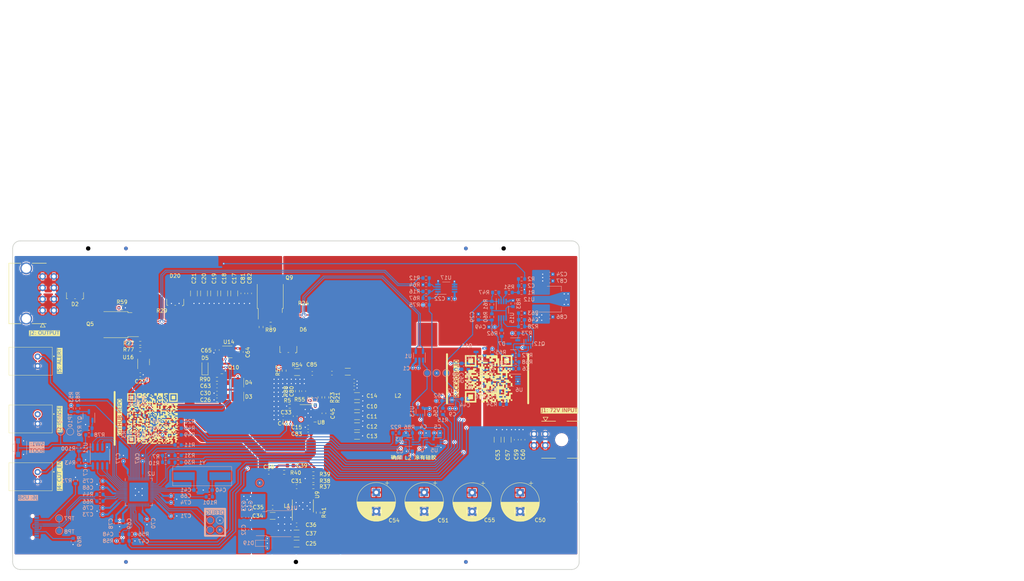
<source format=kicad_pcb>
(kicad_pcb (version 20221018) (generator pcbnew)

  (general
    (thickness 1.64)
  )

  (paper "A3")
  (title_block
    (title "PC-02 EDM PULSE GENERATOR")
    (company "DRAGONFLY POWER SYSTEMS")
  )

  (layers
    (0 "F.Cu" signal)
    (1 "In1.Cu" power)
    (2 "In2.Cu" signal)
    (3 "In3.Cu" signal)
    (4 "In4.Cu" power)
    (31 "B.Cu" signal)
    (32 "B.Adhes" user "B.Adhesive")
    (33 "F.Adhes" user "F.Adhesive")
    (34 "B.Paste" user)
    (35 "F.Paste" user)
    (36 "B.SilkS" user "B.Silkscreen")
    (37 "F.SilkS" user "F.Silkscreen")
    (38 "B.Mask" user)
    (39 "F.Mask" user)
    (40 "Dwgs.User" user "User.Drawings")
    (41 "Cmts.User" user "User.Comments")
    (42 "Eco1.User" user "User.Eco1")
    (43 "Eco2.User" user "User.Eco2")
    (44 "Edge.Cuts" user)
    (45 "Margin" user)
    (46 "B.CrtYd" user "B.Courtyard")
    (47 "F.CrtYd" user "F.Courtyard")
    (48 "B.Fab" user)
    (49 "F.Fab" user)
    (50 "User.1" user)
    (51 "User.2" user)
    (52 "User.3" user)
    (53 "User.4" user)
    (54 "User.5" user)
    (55 "User.6" user)
    (56 "User.7" user)
    (57 "User.8" user)
    (58 "User.9" user)
  )

  (setup
    (stackup
      (layer "F.SilkS" (type "Top Silk Screen") (color "White"))
      (layer "F.Paste" (type "Top Solder Paste"))
      (layer "F.Mask" (type "Top Solder Mask") (color "#000000CC") (thickness 0.01))
      (layer "F.Cu" (type "copper") (thickness 0.07))
      (layer "dielectric 1" (type "prepreg") (thickness 0.18) (material "FR4") (epsilon_r 4.29) (loss_tangent 0.02))
      (layer "In1.Cu" (type "copper") (thickness 0.035))
      (layer "dielectric 2" (type "core") (thickness 0.4) (material "FR4") (epsilon_r 4.29) (loss_tangent 0.02))
      (layer "In2.Cu" (type "copper") (thickness 0.035))
      (layer "dielectric 3" (type "prepreg") (thickness 0.18) (material "FR4") (epsilon_r 4.29) (loss_tangent 0.02))
      (layer "In3.Cu" (type "copper") (thickness 0.035))
      (layer "dielectric 4" (type "core") (thickness 0.4) (material "FR4") (epsilon_r 4.29) (loss_tangent 0.02))
      (layer "In4.Cu" (type "copper") (thickness 0.035))
      (layer "dielectric 5" (type "prepreg") (thickness 0.18) (material "FR4") (epsilon_r 4.29) (loss_tangent 0.02))
      (layer "B.Cu" (type "copper") (thickness 0.07))
      (layer "B.Mask" (type "Bottom Solder Mask") (color "#000000CC") (thickness 0.01))
      (layer "B.Paste" (type "Bottom Solder Paste"))
      (layer "B.SilkS" (type "Bottom Silk Screen") (color "White"))
      (copper_finish "ENIG")
      (dielectric_constraints no)
    )
    (pad_to_mask_clearance 0.0508)
    (solder_mask_min_width 0.0762)
    (aux_axis_origin 126.999998 193.999998)
    (pcbplotparams
      (layerselection 0x00010fc_ffffffff)
      (plot_on_all_layers_selection 0x0000000_00000000)
      (disableapertmacros false)
      (usegerberextensions true)
      (usegerberattributes false)
      (usegerberadvancedattributes false)
      (creategerberjobfile false)
      (dashed_line_dash_ratio 12.000000)
      (dashed_line_gap_ratio 3.000000)
      (svgprecision 4)
      (plotframeref false)
      (viasonmask false)
      (mode 1)
      (useauxorigin true)
      (hpglpennumber 1)
      (hpglpenspeed 20)
      (hpglpendiameter 15.000000)
      (dxfpolygonmode true)
      (dxfimperialunits true)
      (dxfusepcbnewfont true)
      (psnegative false)
      (psa4output false)
      (plotreference true)
      (plotvalue false)
      (plotinvisibletext false)
      (sketchpadsonfab false)
      (subtractmaskfromsilk true)
      (outputformat 1)
      (mirror false)
      (drillshape 0)
      (scaleselection 1)
      (outputdirectory "Gerbers/")
    )
  )

  (net 0 "")
  (net 1 "+3V3")
  (net 2 "GND")
  (net 3 "/CONTROLS/V_SENSE_FILTERED")
  (net 4 "/CONTROLS/V_SLOPE")
  (net 5 "VBUS")
  (net 6 "+12V")
  (net 7 "/CHARGER_POWER_STAGE/CHARGER_TEMP")
  (net 8 "/CONTROLS/CURRENT_TRIP")
  (net 9 "Net-(R49-Pad2)")
  (net 10 "/CONTROLS/OUTPUT_ISENSE_MICRO")
  (net 11 "Net-(Q10A-G)")
  (net 12 "Net-(U4-Pad2)")
  (net 13 "Net-(U8-IN)")
  (net 14 "+1V1")
  (net 15 "/MICRO/OUTPUT_STAGE_TEMP")
  (net 16 "/CHARGER_POWER_STAGE/VCAP")
  (net 17 "Net-(D7-A{slash}K)")
  (net 18 "/CONTROLS/CC_I_LIMIT")
  (net 19 "Net-(U9-BST)")
  (net 20 "Net-(U9-SW)")
  (net 21 "Net-(C38-Pad1)")
  (net 22 "Net-(U9-FB)")
  (net 23 "Net-(C40-Pad1)")
  (net 24 "/MICRO/XIN")
  (net 25 "/CONTROLS/V_CAP_SET")
  (net 26 "/CHARGER_POWER_STAGE/VSW")
  (net 27 "/CONTROLS/SLOPE_GENERATION/I_LIMIT_ADJUSTED")
  (net 28 "+5V")
  (net 29 "Net-(U7A--)")
  (net 30 "Net-(D3-K)")
  (net 31 "Net-(D5-A)")
  (net 32 "/CHARGER_POWER_STAGE/VHB_DIODE")
  (net 33 "/CHARGER_POWER_STAGE/VS_DIODE")
  (net 34 "Net-(Q3-G)")
  (net 35 "Net-(C84-Pad1)")
  (net 36 "Net-(C85-Pad2)")
  (net 37 "Net-(U8-HB)")
  (net 38 "/CONNECTORS/ELECTRODE_-")
  (net 39 "Net-(D5-K)")
  (net 40 "/CONNECTORS/OUTPUT_ISENSE")
  (net 41 "/CONNECTORS/CUT_EN")
  (net 42 "/CONNECTORS/SHORT_ALERT")
  (net 43 "Net-(J6-VBUS-PadA4)")
  (net 44 "/CONNECTORS/USB_D_N")
  (net 45 "/CONNECTORS/USB_D_P")
  (net 46 "Net-(J6-CC1)")
  (net 47 "Net-(L2-Pad1)")
  (net 48 "/CONTROLS/OUTPUT_SHUNT_+")
  (net 49 "unconnected-(J6-SBU1-PadA8)")
  (net 50 "/CHARGER_POWER_STAGE/V_SHUNT_+")
  (net 51 "/CHARGER_POWER_STAGE/V_SHUNT_-")
  (net 52 "Net-(Q1-G)")
  (net 53 "Net-(Q2-G)")
  (net 54 "Net-(Q2-S)")
  (net 55 "Net-(Q2-D)")
  (net 56 "Net-(U16-IN)")
  (net 57 "Net-(U16-HO)")
  (net 58 "Net-(Q5-G)")
  (net 59 "Net-(Q7-G)")
  (net 60 "Net-(Q7-D)")
  (net 61 "/CHARGER_POWER_STAGE/VGH")
  (net 62 "Net-(Q9-G)")
  (net 63 "Net-(Q11-G)")
  (net 64 "Net-(U13-+)")
  (net 65 "Net-(U3-D)")
  (net 66 "Net-(U3-~{CLR})")
  (net 67 "/CONTROLS/CC_SLOPE_BLANKING")
  (net 68 "Net-(U6B-+)")
  (net 69 "/CHARGER_POWER_STAGE/CC_CHARGER_EN")
  (net 70 "/CONTROLS/SPARK_THRESHOLD_PWM")
  (net 71 "/MICRO/P_USB_P")
  (net 72 "/CONTROLS/OUTPUT_CURRENT_TRIP")
  (net 73 "Net-(R15-Pad2)")
  (net 74 "/MICRO/P_USB_N")
  (net 75 "Net-(J6-CC2)")
  (net 76 "Net-(U8-EN)")
  (net 77 "Net-(U8-HO)")
  (net 78 "/CHARGER_POWER_STAGE/CC_CHARGER_HI")
  (net 79 "/CHARGER_POWER_STAGE/VG_DIODE")
  (net 80 "/MICRO/OUTPUT_EN")
  (net 81 "/CONTROLS/CC_I_LIMIT_PWM")
  (net 82 "/CONTROLS/V_CAP_SET_PWM")
  (net 83 "Net-(R33-Pad1)")
  (net 84 "Net-(R38-Pad2)")
  (net 85 "Net-(U9-RT)")
  (net 86 "/MICRO/QSPI_SS")
  (net 87 "/CONTROLS/CC_CLK")
  (net 88 "Net-(U3-C)")
  (net 89 "Net-(U15A--)")
  (net 90 "unconnected-(J6-SBU2-PadB8)")
  (net 91 "/CONTROLS/VSENSE_TRIP")
  (net 92 "unconnected-(U6-Pad1)")
  (net 93 "/CONTROLS/CC_PWM_nEN")
  (net 94 "Net-(U15A-+)")
  (net 95 "Net-(U8-RDT)")
  (net 96 "Net-(U8-LO)")
  (net 97 "Net-(U15B-+)")
  (net 98 "Net-(U15B--)")
  (net 99 "/MICRO/CUT_nEN")
  (net 100 "/CHARGER_POWER_STAGE/DIODE_ON")
  (net 101 "Net-(U14-IN)")
  (net 102 "/CHARGER_POWER_STAGE/GATE_BIAS_CLK")
  (net 103 "Net-(R100-Pad2)")
  (net 104 "/MICRO/XOUT")
  (net 105 "/CONNECTORS/SWCLK")
  (net 106 "/CONNECTORS/SWDIO")
  (net 107 "unconnected-(U2-GPIO23-Pad35)")
  (net 108 "unconnected-(U2-GPIO24-Pad36)")
  (net 109 "unconnected-(U2-GPIO16-Pad27)")
  (net 110 "unconnected-(U2-GPIO17-Pad28)")
  (net 111 "unconnected-(U2-GPIO18-Pad29)")
  (net 112 "unconnected-(U2-GPIO19-Pad30)")
  (net 113 "unconnected-(U2-GPIO20-Pad31)")
  (net 114 "unconnected-(U2-GPIO21-Pad32)")
  (net 115 "unconnected-(U2-GPIO22-Pad34)")
  (net 116 "unconnected-(U2-GPIO25-Pad37)")
  (net 117 "Net-(U11-~{RST}(IO3))")
  (net 118 "Net-(U11-CLK)")
  (net 119 "Net-(U11-DI(IO0))")
  (net 120 "Net-(U11-~{WP}(IO2))")
  (net 121 "Net-(U11-DO(IO1))")
  (net 122 "unconnected-(U9-PGOOD-Pad6)")
  (net 123 "Net-(U17A-+)")
  (net 124 "Net-(U17A--)")
  (net 125 "/CONTROLS/VSENSE_BUFFERED")
  (net 126 "Net-(R62-Pad1)")
  (net 127 "Net-(D7-A)")
  (net 128 "Net-(D7-K)")
  (net 129 "unconnected-(U17-Pad7)")
  (net 130 "Net-(J5-Pad1)")
  (net 131 "Net-(Q5-S)")
  (net 132 "/CONTROLS/OUTPUT_SHUNT_-")
  (net 133 "Net-(D19-K)")
  (net 134 "unconnected-(U2-GPIO7-Pad9)")
  (net 135 "unconnected-(U2-GPIO8-Pad11)")

  (footprint "NET_TIES:NET_TIE_SMD_10mil" (layer "F.Cu") (at 202.039 126.619 180))

  (footprint "SMD_INDUCTORS:PQ2617BHA" (layer "F.Cu") (at 229.108 131.826 -90))

  (footprint "CONNECTORS:0430450822" (layer "F.Cu") (at 130.599998 120.914999 -90))

  (footprint "Fiducial:Fiducial_1mm_Mask2mm" (layer "F.Cu") (at 157 109))

  (footprint "SMD_INDUCTORS:VLS6045EX" (layer "F.Cu") (at 196.849998 172.823998 180))

  (footprint "Capacitor_SMD:C_0603_1608Metric" (layer "F.Cu") (at 181.102 145.415 180))

  (footprint "Capacitor_SMD:C_0603_1608Metric" (layer "F.Cu") (at 194.817998 168.251998 180))

  (footprint "CONNECTORS:S2B-XH-A-1" (layer "F.Cu") (at 133.61432 154.149998 90))

  (footprint "Capacitor_SMD:C_0603_1608Metric" (layer "F.Cu") (at 209.423 152.654 90))

  (footprint "Capacitor_SMD:C_0603_1608Metric" (layer "F.Cu") (at 262.128 159.639 90))

  (footprint "Capacitor_SMD:C_0603_1608Metric" (layer "F.Cu") (at 187.5155 136.398 -90))

  (footprint "Resistor_SMD:R_1206_3216Metric" (layer "F.Cu") (at 215.725 141.632 180))

  (footprint "Capacitor_SMD:C_1206_3216Metric" (layer "F.Cu") (at 218.186 148.082))

  (footprint "DFN_QFN:INFINEON_TSDSON-8-25" (layer "F.Cu") (at 211.471 144.878 -90))

  (footprint "Capacitor_SMD:C_0603_1608Metric" (layer "F.Cu") (at 160.795 142.437998))

  (footprint "NET_TIES:NET_TIE_SMD_10mil" (layer "F.Cu") (at 164.447001 128.270001 180))

  (footprint "Resistor_SMD:R_0603_1608Metric" (layer "F.Cu") (at 206.629 172.085 180))

  (footprint "Capacitor_SMD:C_0603_1608Metric" (layer "F.Cu") (at 181.1655 135.89 -90))

  (footprint "Resistor_SMD:R_0603_1608Metric" (layer "F.Cu") (at 208.37 148.434 -90))

  (footprint "Resistor_SMD:R_0603_1608Metric" (layer "F.Cu") (at 195.32 129.041))

  (footprint "Capacitor_SMD:C_1206_3216Metric" (layer "F.Cu") (at 255.397 159.639 90))

  (footprint "Resistor_SMD:R_0603_1608Metric" (layer "F.Cu") (at 205.703 148.434 90))

  (footprint "Package_TO_SOT_SMD:TO-277A" (layer "F.Cu") (at 143.51 119.155 180))

  (footprint "Resistor_SMD:R_0603_1608Metric" (layer "F.Cu") (at 181.102 143.637 180))

  (footprint "Capacitor_SMD:C_1206_3216Metric" (layer "F.Cu") (at 218.186 150.749))

  (footprint "Capacitor_SMD:C_1206_3216Metric" (layer "F.Cu") (at 218.186 153.416))

  (footprint "Package_TO_SOT_SMD:SOT-23-6" (layer "F.Cu") (at 184.3405 136.398))

  (footprint "MOUNTING_PATTERNS:JLC_PCB_Tooling_Hole" (layer "F.Cu") (at 202 192))

  (footprint "Capacitor_SMD:C_0603_1608Metric" (layer "F.Cu") (at 181.102 147.32 180))

  (footprint "Capacitor_SMD:C_1206_3216Metric" (layer "F.Cu") (at 185.674 120.904 -90))

  (footprint "Capacitor_SMD:C_0603_1608Metric" (layer "F.Cu") (at 205.232 158.115 180))

  (footprint "LOGO" (layer "F.Cu") (at 253 143.5))

  (footprint "Capacitor_SMD:C_1206_3216Metric" (layer "F.Cu") (at 258.064 159.639 90))

  (footprint (layer "F.Cu") (at 147 109))

  (footprint "Resistor_SMD:R_0603_1608Metric" (layer "F.Cu") (at 206.628998 168.656 180))

  (footprint "Package_TO_SOT_SMD:TO-277A" (layer "F.Cu") (at 200.001 133.379 180))

  (footprint "NET_TIES:NET_TIE_SMD_10mil" (layer "F.Cu") (at 206.139 126.619 180))

  (footprint "TSOP_PACKAGES:TSOP_6_2.5MM WIDTH" (layer "F.Cu") (at 181.102 140.462 180))

  (footprint "CONNECTORS:S2B-XH-A-1" (layer "F.Cu") (at 133.61432 138.857938 90))

  (footprint "Capacitor_SMD:C_0603_1608Metric" (layer "F.Cu") (at 189.738 120.904 -90))

  (footprint "Capacitor_SMD:C_0603_1608Metric" (layer "F.Cu") (at 211.534 142.013 180))

  (footprint "Fiducial:Fiducial_1mm_Mask2mm" (layer "F.Cu") (at 157 192))

  (footprint "Capacitor_SMD:C_0603_1608Metric" (layer "F.Cu") (at 205.232 156.337 180))

  (footprint "DIODES:DO-220AA (SMP)" (layer "F.Cu") (at 185.674 148.209 180))

  (footprint "LOGO" (layer "F.Cu")
    (tstamp 61f292d7-d9ac-4912-8508-225c410ec707)
    (at 164 154)
    (attr board_only exclude_from_pos_files exclude_from_bom)
    (fp_text reference "G***" (at 0 0) (layer "F.SilkS") hide
        (effects (font (size 1.5 1.5) (thickness 0.3)))
      (tstamp 41fcd6d1-7d3d-4bfc-811f-de331ba71f4f)
    )
    (fp_text value "LOGO" (at 0.75 0) (layer "F.SilkS") hide
        (effects (font (size 1.5 1.5) (thickness 0.3)))
      (tstamp a6336aad-5095-400a-b81f-4b6530ef16b4)
    )
    (fp_poly
      (pts
        (xy -5.043715 -5.533572)
        (xy -5.043715 -5.043715)
        (xy -5.533572 -5.043715)
        (xy -6.023429 -5.043715)
        (xy -6.023429 -5.533572)
        (xy -6.023429 -6.023429)
        (xy -5.533572 -6.023429)
        (xy -5.043715 -6.023429)
      )

      (stroke (width 0) (type solid)) (fill solid) (layer "F.SilkS") (tstamp a356ebb5-e41c-4419-9a5c-1b27becfc8c2))
    (fp_poly
      (pts
        (xy -5.043715 5.569857)
        (xy -5.043715 6.059714)
        (xy -5.533572 6.059714)
        (xy -6.023429 6.059714)
        (xy -6.023429 5.569857)
        (xy -6.023429 5.08)
        (xy -5.533572 5.08)
        (xy -5.043715 5.08)
      )

      (stroke (width 0) (type solid)) (fill solid) (layer "F.SilkS") (tstamp 36e0bf07-ca10-467a-ba4e-60379e297a81))
    (fp_poly
      (pts
        (xy -4.390572 0.018142)
        (xy -4.390572 0.181428)
        (xy -4.553858 0.181428)
        (xy -4.717143 0.181428)
        (xy -4.717143 0.018142)
        (xy -4.717143 -0.145143)
        (xy -4.553858 -0.145143)
        (xy -4.390572 -0.145143)
      )

      (stroke (width 0) (type solid)) (fill solid) (layer "F.SilkS") (tstamp 736f35d2-425b-439c-9cdd-3836554b76be))
    (fp_poly
      (pts
        (xy -4.390572 1.977571)
        (xy -4.390572 2.140857)
        (xy -4.553858 2.140857)
        (xy -4.717143 2.140857)
        (xy -4.717143 1.977571)
        (xy -4.717143 1.814285)
        (xy -4.553858 1.814285)
        (xy -4.390572 1.814285)
      )

      (stroke (width 0) (type solid)) (fill solid) (layer "F.SilkS") (tstamp fac83aa6-0dea-403a-a95f-ad587978fa84))
    (fp_poly
      (pts
        (xy -4.390572 2.630714)
        (xy -4.390572 2.794)
        (xy -4.717143 2.794)
        (xy -5.043715 2.794)
        (xy -5.043715 2.630714)
        (xy -5.043715 2.467428)
        (xy -4.717143 2.467428)
        (xy -4.390572 2.467428)
      )

      (stroke (width 0) (type solid)) (fill solid) (layer "F.SilkS") (tstamp b0308d58-06f3-4016-890b-620e8761dfd5))
    (fp_poly
      (pts
        (xy -4.064 -1.288143)
        (xy -4.064 -1.124858)
        (xy -4.390572 -1.124858)
        (xy -4.717143 -1.124858)
        (xy -4.717143 -1.288143)
        (xy -4.717143 -1.451429)
        (xy -4.390572 -1.451429)
        (xy -4.064 -1.451429)
      )

      (stroke (width 0) (type solid)) (fill solid) (layer "F.SilkS") (tstamp cb0c1394-e562-42f1-b0ce-7dd173bac159))
    (fp_poly
      (pts
        (xy -4.064 -0.635)
        (xy -4.064 -0.471715)
        (xy -4.390572 -0.471715)
        (xy -4.717143 -0.471715)
        (xy -4.717143 -0.635)
        (xy -4.717143 -0.798286)
        (xy -4.390572 -0.798286)
        (xy -4.064 -0.798286)
      )

      (stroke (width 0) (type solid)) (fill solid) (layer "F.SilkS") (tstamp 691bbd5b-101b-4745-9949-3e36d351c87a))
    (fp_poly
      (pts
        (xy -4.064 2.957285)
        (xy -4.064 3.120571)
        (xy -4.227286 3.120571)
        (xy -4.390572 3.120571)
        (xy -4.390572 2.957285)
        (xy -4.390572 2.794)
        (xy -4.227286 2.794)
        (xy -4.064 2.794)
      )

      (stroke (width 0) (type solid)) (fill solid) (layer "F.SilkS") (tstamp 06eeadc4-e1a4-414b-8109-08706b4c9c44))
    (fp_poly
      (pts
        (xy -1.778 -0.308429)
        (xy -1.778 -0.145143)
        (xy -1.941286 -0.145143)
        (xy -2.104572 -0.145143)
        (xy -2.104572 -0.308429)
        (xy -2.104572 -0.471715)
        (xy -1.941286 -0.471715)
        (xy -1.778 -0.471715)
      )

      (stroke (width 0) (type solid)) (fill solid) (layer "F.SilkS") (tstamp 9dae73f2-e151-4e94-b314-1ac819227387))
    (fp_poly
      (pts
        (xy -0.145143 -6.186715)
        (xy -0.145143 -6.023429)
        (xy -0.308429 -6.023429)
        (xy -0.471715 -6.023429)
        (xy -0.471715 -6.186715)
        (xy -0.471715 -6.35)
        (xy -0.308429 -6.35)
        (xy -0.145143 -6.35)
      )

      (stroke (width 0) (type solid)) (fill solid) (layer "F.SilkS") (tstamp dad32c26-034e-4d12-ba38-b823afc49c57))
    (fp_poly
      (pts
        (xy -0.145143 -0.961572)
        (xy -0.145143 -0.798286)
        (xy -0.308429 -0.798286)
        (xy -0.471715 -0.798286)
        (xy -0.471715 -0.961572)
        (xy -0.471715 -1.124858)
        (xy -0.308429 -1.124858)
        (xy -0.145143 -1.124858)
      )

      (stroke (width 0) (type solid)) (fill solid) (layer "F.SilkS") (tstamp 9860a930-9d61-47ab-a4a2-62934b970dd4))
    (fp_poly
      (pts
        (xy 0.508 -1.614715)
        (xy 0.508 -1.451429)
        (xy 0.344714 -1.451429)
        (xy 0.181428 -1.451429)
        (xy 0.181428 -1.614715)
        (xy 0.181428 -1.778)
        (xy 0.344714 -1.778)
        (xy 0.508 -1.778)
      )

      (stroke (width 0) (type solid)) (fill solid) (layer "F.SilkS") (tstamp 8648ab07-cc2f-4136-93c8-6dd2fef54578))
    (fp_poly
      (pts
        (xy 0.508 1.324428)
        (xy 0.508 1.487714)
        (xy 0.344714 1.487714)
        (xy 0.181428 1.487714)
        (xy 0.181428 1.324428)
        (xy 0.181428 1.161143)
        (xy 0.344714 1.161143)
        (xy 0.508 1.161143)
      )

      (stroke (width 0) (type solid)) (fill solid) (layer "F.SilkS") (tstamp 23ce1389-b166-434b-b7b4-c04283d475f7))
    (fp_poly
      (pts
        (xy 0.508 5.896428)
        (xy 0.508 6.059714)
        (xy 0.344714 6.059714)
        (xy 0.181428 6.059714)
        (xy 0.181428 5.896428)
        (xy 0.181428 5.733142)
        (xy 0.344714 5.733142)
        (xy 0.508 5.733142)
      )

      (stroke (width 0) (type solid)) (fill solid) (layer "F.SilkS") (tstamp 4f159d80-632a-4d0b-9572-713c1c81e8e7))
    (fp_poly
      (pts
        (xy 0.834571 2.304143)
        (xy 0.834571 2.467428)
        (xy 0.508 2.467428)
        (xy 0.181428 2.467428)
        (xy 0.181428 2.304143)
        (xy 0.181428 2.140857)
        (xy 0.508 2.140857)
        (xy 0.834571 2.140857)
      )

      (stroke (width 0) (type solid)) (fill solid) (layer "F.SilkS") (tstamp 118f92eb-11a4-48df-bf81-63f39d566af0))
    (fp_poly
      (pts
        (xy 1.814285 3.610428)
        (xy 1.814285 3.773714)
        (xy 1.651 3.773714)
        (xy 1.487714 3.773714)
        (xy 1.487714 3.610428)
        (xy 1.487714 3.447142)
        (xy 1.651 3.447142)
        (xy 1.814285 3.447142)
      )

      (stroke (width 0) (type solid)) (fill solid) (layer "F.SilkS") (tstamp d96c6d60-71b9-4d2f-b0a1-252753b1e590))
    (fp_poly
      (pts
        (xy 2.140857 -5.533572)
        (xy 2.140857 -5.370286)
        (xy 1.977571 -5.370286)
        (xy 1.814285 -5.370286)
        (xy 1.814285 -5.533572)
        (xy 1.814285 -5.696857)
        (xy 1.977571 -5.696857)
        (xy 2.140857 -5.696857)
      )

      (stroke (width 0) (type solid)) (fill solid) (layer "F.SilkS") (tstamp 2f98e1cd-7667-4a20-975e-f612189713d5))
    (fp_poly
      (pts
        (xy 2.140857 -3.900715)
        (xy 2.140857 -3.737429)
        (xy 1.814285 -3.737429)
        (xy 1.487714 -3.737429)
        (xy 1.487714 -3.900715)
        (xy 1.487714 -4.064)
        (xy 1.814285 -4.064)
        (xy 2.140857 -4.064)
      )

      (stroke (width 0) (type solid)) (fill solid) (layer "F.SilkS") (tstamp c77526ac-8f8c-4a4c-8ad5-eb72fd0a41b9))
    (fp_poly
      (pts
        (xy 2.140857 0.344714)
        (xy 2.140857 0.508)
        (xy 1.977571 0.508)
        (xy 1.814285 0.508)
        (xy 1.814285 0.344714)
        (xy 1.814285 0.181428)
        (xy 1.977571 0.181428)
        (xy 2.140857 0.181428)
      )

      (stroke (width 0) (type solid)) (fill solid) (layer "F.SilkS") (tstamp e098787e-f450-4e92-b229-8079559595a0))
    (fp_poly
      (pts
        (xy 2.140857 6.549571)
        (xy 2.140857 6.712857)
        (xy 1.814285 6.712857)
        (xy 1.487714 6.712857)
        (xy 1.487714 6.549571)
        (xy 1.487714 6.386285)
        (xy 1.814285 6.386285)
        (xy 2.140857 6.386285)
      )

      (stroke (width 0) (type solid)) (fill solid) (layer "F.SilkS") (tstamp 218501a8-bbc5-4e20-9491-27f84893735d))
    (fp_poly
      (pts
        (xy 2.467428 0.671285)
        (xy 2.467428 0.834571)
        (xy 2.304143 0.834571)
        (xy 2.140857 0.834571)
        (xy 2.140857 0.671285)
        (xy 2.140857 0.508)
        (xy 2.304143 0.508)
        (xy 2.467428 0.508)
      )

      (stroke (width 0) (type solid)) (fill solid) (layer "F.SilkS") (tstamp bd7ebfec-0ef1-4a4d-bfb1-c32b2adc0efa))
    (fp_poly
      (pts
        (xy 3.447142 5.243285)
        (xy 3.447142 5.406571)
        (xy 3.283857 5.406571)
        (xy 3.120571 5.406571)
        (xy 3.120571 5.243285)
        (xy 3.120571 5.08)
        (xy 3.283857 5.08)
        (xy 3.447142 5.08)
      )

      (stroke (width 0) (type solid)) (fill solid) (layer "F.SilkS") (tstamp 54d40a46-3a25-4c15-87a7-1ee2ab171714))
    (fp_poly
      (pts
        (xy 3.773714 -5.207)
        (xy 3.773714 -5.043715)
        (xy 3.610428 -5.043715)
        (xy 3.447142 -5.043715)
        (xy 3.447142 -5.207)
        (xy 3.447142 -5.370286)
        (xy 3.610428 -5.370286)
        (xy 3.773714 -5.370286)
      )

      (stroke (width 0) (type solid)) (fill solid) (layer "F.SilkS") (tstamp c94b0dbe-232c-4024-8f71-79586edd2b4e))
    (fp_poly
      (pts
        (xy 3.773714 0.997857)
        (xy 3.773714 1.161143)
        (xy 3.610428 1.161143)
        (xy 3.447142 1.161143)
        (xy 3.447142 0.997857)
        (xy 3.447142 0.834571)
        (xy 3.610428 0.834571)
        (xy 3.773714 0.834571)
      )

      (stroke (width 0) (type solid)) (fill solid) (layer "F.SilkS") (tstamp 63cc7390-2865-47d7-b2bf-a03f0f9ca4f5))
    (fp_poly
      (pts
        (xy 3.773714 1.651)
        (xy 3.773714 1.814285)
        (xy 3.610428 1.814285)
        (xy 3.447142 1.814285)
        (xy 3.447142 1.651)
        (xy 3.447142 1.487714)
        (xy 3.610428 1.487714)
        (xy 3.773714 1.487714)
      )

      (stroke (width 0) (type solid)) (fill solid) (layer "F.SilkS") (tstamp cc291a1a-38e9-4700-b99a-57f099b2ce9b))
    (fp_poly
      (pts
        (xy 4.426857 -1.941286)
        (xy 4.426857 -1.778)
        (xy 4.263571 -1.778)
        (xy 4.100285 -1.778)
        (xy 4.100285 -1.941286)
        (xy 4.100285 -2.104572)
        (xy 4.263571 -2.104572)
        (xy 4.426857 -2.104572)
      )

      (stroke (width 0) (type solid)) (fill solid) (layer "F.SilkS") (tstamp acbdc399-7a97-40d8-a909-ff88a794b95e))
    (fp_poly
      (pts
        (xy 4.753428 4.590142)
        (xy 4.753428 4.753428)
        (xy 4.590142 4.753428)
        (xy 4.426857 4.753428)
        (xy 4.426857 4.590142)
        (xy 4.426857 4.426857)
        (xy 4.590142 4.426857)
        (xy 4.753428 4.426857)
      )

      (stroke (width 0) (type solid)) (fill solid) (layer "F.SilkS") (tstamp 89d50132-b133-4548-8d7f-6bbade91e1d7))
    (fp_poly
      (pts
        (xy 6.059714 -5.533572)
        (xy 6.059714 -5.043715)
        (xy 5.569857 -5.043715)
        (xy 5.08 -5.043715)
        (xy 5.08 -5.533572)
        (xy 5.08 -6.023429)
        (xy 5.569857 -6.023429)
        (xy 6.059714 -6.023429)
      )

      (stroke (width 0) (type solid)) (fill solid) (layer "F.SilkS") (tstamp afbd2f7c-e862-4097-b2a0-40d18f77b468))
    (fp_poly
      (pts
        (xy -3.084286 -1.451429)
        (xy -3.084286 -1.124858)
        (xy -3.410857 -1.124858)
        (xy -3.737429 -1.124858)
        (xy -3.737429 -1.288143)
        (xy -3.737429 -1.451429)
        (xy -3.574143 -1.451429)
        (xy -3.410857 -1.451429)
        (x
... [2638228 chars truncated]
</source>
